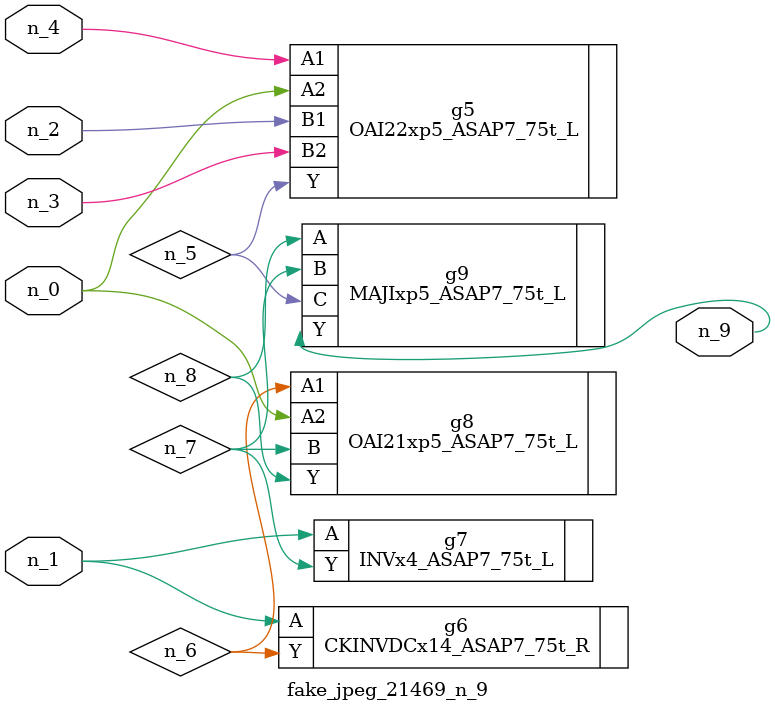
<source format=v>
module fake_jpeg_21469_n_9 (n_3, n_2, n_1, n_0, n_4, n_9);

input n_3;
input n_2;
input n_1;
input n_0;
input n_4;

output n_9;

wire n_8;
wire n_6;
wire n_5;
wire n_7;

OAI22xp5_ASAP7_75t_L g5 ( 
.A1(n_4),
.A2(n_0),
.B1(n_2),
.B2(n_3),
.Y(n_5)
);

CKINVDCx14_ASAP7_75t_R g6 ( 
.A(n_1),
.Y(n_6)
);

INVx4_ASAP7_75t_L g7 ( 
.A(n_1),
.Y(n_7)
);

OAI21xp5_ASAP7_75t_L g8 ( 
.A1(n_6),
.A2(n_0),
.B(n_7),
.Y(n_8)
);

MAJIxp5_ASAP7_75t_L g9 ( 
.A(n_8),
.B(n_7),
.C(n_5),
.Y(n_9)
);


endmodule
</source>
